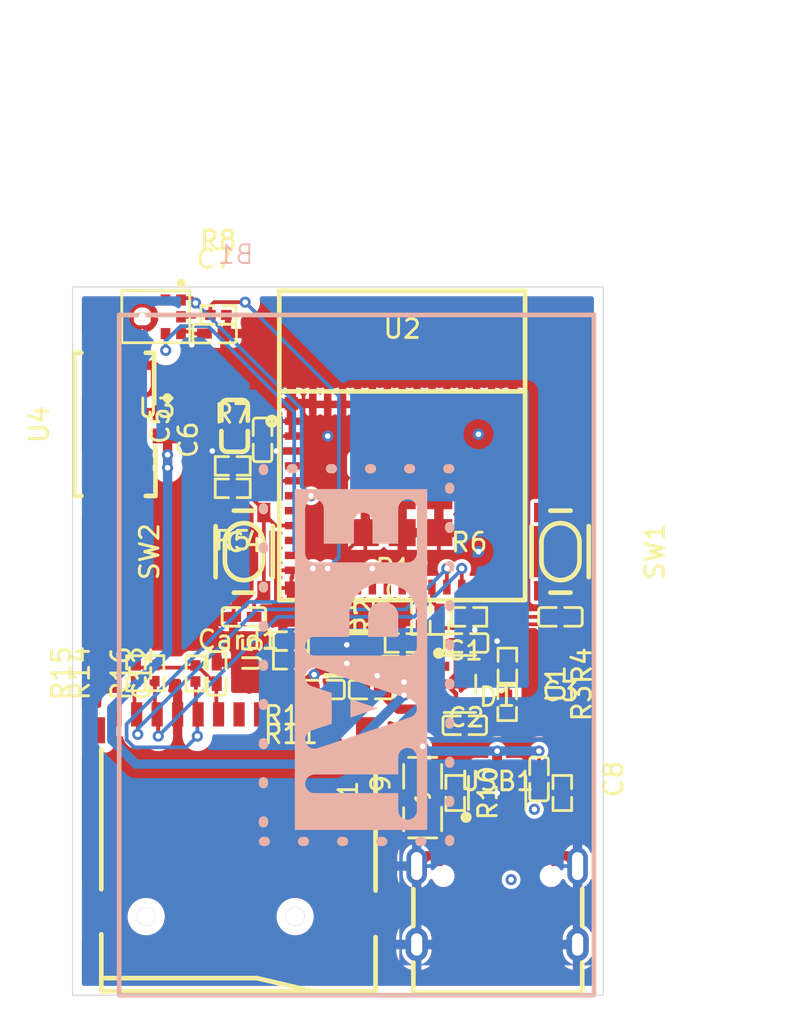
<source format=kicad_pcb>
(kicad_pcb (version 20241229) (generator "pcbnew") (generator_version "9.0")
  (layers (0 "F.Cu" signal) (2 "B.Cu" signal) (13 "F.Paste" user) (15 "B.Paste" user) (5 "F.SilkS" user "F.Silkscreen") (7 "B.SilkS" user "B.Silkscreen") (1 "F.Mask" user) (3 "B.Mask" user) (25 "Edge.Cuts" user))
  (net 0 "")
  (net 1 "mcu-line-4")
  (net 2 "mcu.esp32_c3.package.footprint.pins[26].net-net")
  (net 3 "mcu.esp32_c3.package.footprint.pins[21].net-net")
  (net 4 "mcu-line-3")
  (net 5 "mcu.esp32_c3.package.footprint.pins[6].net-net")
  (net 6 "-line-4")
  (net 7 "mcu.esp32_c3.package.footprint.pins[52].net-net")
  (net 8 "LR")
  (net 9 "mic.package.footprint.pins[0].net-net")
  (net 10 "-line-2")
  (net 11 "line-3")
  (net 12 "line-1")
  (net 13 "line-2")
  (net 14 "mcu-line-0")
  (net 15 "mcu.esp32_c3.package.footprint.pins[27].net-net")
  (net 16 "mcu.esp32_c3.package.footprint.pins[20].net-net")
  (net 17 "mcu.esp32_c3.package.footprint.pins[8].net-net")
  (net 18 "mcu.esp32_c3.package.footprint.pins[16].net-net")
  (net 19 "line-0")
  (net 20 "-line-1")
  (net 21 "line-7")
  (net 22 "mcu-line-1")
  (net 23 "mcu.esp32_c3.package.footprint.pins[25].net-net")
  (net 24 "mcu.esp32_c3.package.footprint.pins[50].net-net")
  (net 25 "-line-3")
  (net 26 "hv-0")
  (net 27 "mcu.esp32_c3.package.footprint.pins[33].net-net")
  (net 28 "mcu-line-5")
  (net 29 "line-8")
  (net 30 "output-0")
  (net 31 "mcu.esp32_c3.package.footprint.pins[1].net-net")
  (net 32 "mcu.esp32_c3.package.footprint.pins[17].net-net")
  (net 33 "-line-0")
  (net 34 "ADJ_NC")
  (net 35 "mcu.esp32_c3.package.footprint.pins[28].net-net")
  (net 36 "ILIM_VSET")
  (net 37 "line-6")
  (net 38 "gnd")
  (net 39 "microsd.receptacle.receptacle.package.footprint.pins[0].net-net")
  (net 40 "hv-1")
  (net 41 "CMD")
  (net 42 "line-4")
  (net 43 "nCE")
  (net 44 "line-5")
  (net 45 "DAT2")
  (net 46 "TS_MR")
  (net 47 "GND")
  (net 48 "-hv-0")
  (net 49 "ISET")
  (net 50 "CD")
  (net 51 "STAT1")
  (net 52 "SYS")
  (net 53 "STAT2")
  (net 54 "mcu-line-2")
  (net 55 "output-1")
  (net 56 "-hv-1")
  (footprint "SHOU_HAN_TYPE_C_16PIN_2MD_073:USB-C-SMD_TYPE-C-6PIN-2MD-073" (layer "F.Cu") (at 138.3 111.4)
    (property "Reference" "USB1")
    (property "Value" "")
  )
  (footprint "UNI_ROYAL_0402WGF1002TCE:R0402" (layer "F.Cu") (at 122.095315 99.234526 90)
    (property "Reference" "R16")
    (property "Value" "10kΩ ±1% 62.5mW")
  )
  (footprint "UNI_ROYAL_0402WGF1002TCE:R0402" (layer "F.Cu") (at 135.2 96.2 90)
    (property "Reference" "R2")
    (property "Value" "10kΩ ±1% 62.5mW")
  )
  (footprint "Samsung_Electro_Mechanics_CL05A105KA5NQNC:C0402" (layer "F.Cu") (at 136.636948 97.600075 180)
    (property "Reference" "C2")
    (property "Value" "1µF ±10% 25V X5R")
  )
  (footprint "Espressif_Systems_ESP32_C3_MINI_1_N4:WIFIM-SMD_ESP32-C3-MINI-1" (layer "F.Cu") (at 133.2 89.7)
    (property "Reference" "U2")
    (property "Value" "")
  )
  (footprint "Samsung_Electro_Mechanics_CL05A105KA5NQNC:C0402" (layer "F.Cu") (at 136.559698 102.016177)
    (property "Reference" "C1")
    (property "Value" "1µF ±10% 25V X5R")
  )
  (footprint "UNI_ROYAL_0402WGF1002TCE:R0402" (layer "F.Cu") (at 138.83855 100.823894 -90)
    (property "Reference" "R3")
    (property "Value" "10kΩ ±1% 62.5mW")
  )
  (footprint "UNI_ROYAL_0402WGF1002TCE:R0402" (layer "F.Cu") (at 119.9 99.21879 90)
    (property "Reference" "R14")
    (property "Value" "10kΩ ±1% 62.5mW")
  )
  (footprint "YAGEO_RC0402FR_0718KL:R0402" (layer "F.Cu") (at 127.225 97.5 180)
    (property "Reference" "R13")
    (property "Value" "18kΩ ±1% 62.5mW")
  )
  (footprint "Samsung_Electro_Mechanics_CL05A105KA5NQNC:C0402" (layer "F.Cu") (at 128.925 100.1)
    (property "Reference" "C11")
    (property "Value" "1µF ±10% 25V X5R")
  )
  (footprint "ALPSALPINE_SKRPACE010:KEY-SMD_4P-L4.2-W3.2-P2.20-LS4.6" (layer "F.Cu") (at 141.7 92.7 -90)
    (property "Reference" "SW1")
    (property "Value" "")
  )
  (footprint "Samsung_Electro_Mechanics_CL05B104KO5NNNC:C0402" (layer "F.Cu") (at 140.55 104.9 -90)
    (property "Reference" "C8")
    (property "Value" "100nF ±10% 16V X7R")
  )
  (footprint "Murata_Electronics_GRM155R60J106ME44D:C0402" (layer "F.Cu") (at 131.525 100.1 180)
    (property "Reference" "C10")
    (property "Value" "10µF ±20% 6.3V X5R")
  )
  (footprint "UNI_ROYAL_0402WGF1002TCE:R0402" (layer "F.Cu") (at 127.225 98.5 180)
    (property "Reference" "R11")
    (property "Value" "10kΩ ±1% 62.5mW")
  )
  (footprint "UNI_ROYAL_0402WGF1602TCE:R0402" (layer "F.Cu") (at 138.851172 98.817116 -90)
    (property "Reference" "R4")
    (property "Value" "16kΩ ±1% 62.5mW")
  )
  (footprint "UNI_ROYAL_0402WGF5101TCE:R0402" (layer "F.Cu") (at 141.8 105.65 90)
    (property "Reference" "R10")
    (property "Value" "5.1kΩ ±1% 62.5mW")
  )
  (footprint "ALPSALPINE_SKRPACE010:KEY-SMD_4P-L4.2-W3.2-P2.20-LS4.6" (layer "F.Cu") (at 124.7 92.7 90)
    (property "Reference" "SW2")
    (property "Value" "")
  )
  (footprint "UNI_ROYAL_0402WGF1002TCE:R0402" (layer "F.Cu") (at 134.2 96.2 90)
    (property "Reference" "R1")
    (property "Value" "10kΩ ±1% 62.5mW")
  )
  (footprint "Samsung_Electro_Mechanics_CL05A105KA5NQNC:C0402" (layer "F.Cu") (at 133.225 98.8)
    (property "Reference" "C9")
    (property "Value" "1µF ±10% 25V X5R")
  )
  (footprint "Samsung_Electro_Mechanics_CL05B104KO5NNNC:C0402" (layer "F.Cu") (at 141.7 96.2 180)
    (property "Reference" "C3")
    (property "Value" "100nF ±10% 16V X7R")
  )
  (footprint "UNI_ROYAL_0402WGF1002TCE:R0402" (layer "F.Cu") (at 136.8 96.2)
    (property "Reference" "R6")
    (property "Value" "10kΩ ±1% 62.5mW")
  )
  (footprint "UNI_ROYAL_0402WGF1002TCE:R0402" (layer "F.Cu") (at 124.1 89.3)
    (property "Reference" "R7")
    (property "Value" "10kΩ ±1% 62.5mW")
  )
  (footprint "TDK_InvenSense_ICS_43434:MIC-SMD_6P-L3.5-W2.7-P0.90-BL" (layer "F.Cu") (at 120.03 80.1 180)
    (property "Reference" "U3")
    (property "Value" "")
  )
  (footprint "Samsung_Electro_Mechanics_CL05B104KO5NNNC:C0402" (layer "F.Cu") (at 123.13 81)
    (property "Reference" "C7")
    (property "Value" "100nF ±10% 16V X7R")
  )
  (footprint "UNI_ROYAL_0402WGF5101TCE:R0402" (layer "F.Cu") (at 136.05 105.65 90)
    (property "Reference" "R9")
    (property "Value" "5.1kΩ ±1% 62.5mW")
  )
  (footprint "Samsung_Electro_Mechanics_CL10A226MQ8NRNC:C0603" (layer "F.Cu") (at 124.2 85.95 90)
    (property "Reference" "C5")
    (property "Value" "22µF ±20% 6.3V X5R")
  )
  (footprint "UNI_ROYAL_0402WGF1002TCE:R0402" (layer "F.Cu") (at 124.1 88.1 180)
    (property "Reference" "R5")
    (property "Value" "10kΩ ±1% 62.5mW")
  )
  (footprint "BHFUSE_BSMD0805_050_15V:F0805" (layer "F.Cu") (at 134.3 105.9 90)
    (property "Reference" "F1")
    (property "Value" "")
  )
  (footprint "UNI_ROYAL_0402WGF1002TCE:R0402" (layer "F.Cu") (at 118.9 99.226658 90)
    (property "Reference" "R15")
    (property "Value" "10kΩ ±1% 62.5mW")
  )
  (footprint "Samsung_Electro_Mechanics_CL05B104KO5NNNC:C0402" (layer "F.Cu") (at 125.7 86.7 90)
    (property "Reference" "C6")
    (property "Value" "100nF ±10% 16V X7R")
  )
  (footprint "Samsung_Electro_Mechanics_CL05B104KO5NNNC:C0402" (layer "F.Cu") (at 123.24 99.2325 90)
    (property "Reference" "C12")
    (property "Value" "100nF ±10% 16V X7R")
  )
  (footprint "Korean_Hroparts_Elec_TF_01A:TF-SMD_TF-01A" (layer "F.Cu") (at 124.4 106.7125)
    (property "Reference" "Card1")
    (property "Value" "")
  )
  (footprint "UNI_ROYAL_0402WGF1002TCE:R0402" (layer "F.Cu") (at 133.225 97.6)
    (property "Reference" "R12")
    (property "Value" "10kΩ ±1% 62.5mW")
  )
  (footprint "BQ25185DLHR_BQ25185DLHR:WSON-10_L2.2-W2.0-P0.40-BL-EP_TI_DLH0010A" (layer "F.Cu") (at 130.225 98.2 90)
    (property "Reference" "U5")
    (property "Value" "")
  )
  (footprint "STMicroelectronics_USBLC6_2SC6:SOT-23-6_L2.9-W1.6-P0.95-LS2.8-BL" (layer "F.Cu") (at 138.3 105.65)
    (property "Reference" "D1")
    (property "Value" "")
  )
  (footprint "MOLEX_532610271:CONN-SMD_532610271" (layer "F.Cu") (at 119.15 85.87 90)
    (property "Reference" "U4")
    (property "Value" "")
  )
  (footprint "STMicroelectronics_LDK220M_R:SOT-23-5_L3.0-W1.7-P0.95-LS2.8-BL" (layer "F.Cu") (at 136.3 99.8 -90)
    (property "Reference" "U1")
    (property "Value" "")
  )
  (footprint "Samsung_Electro_Mechanics_CL05B104KO5NNNC:C0402" (layer "F.Cu") (at 124.7 96.2)
    (property "Reference" "C4")
    (property "Value" "100nF ±10% 16V X7R")
  )
  (footprint "UNI_ROYAL_0402WGF1003TCE:R0402" (layer "F.Cu") (at 123.33 80)
    (property "Reference" "R8")
    (property "Value" "100kΩ ±1% 62.5mW")
  )
  (footprint "EEMB_BATTERY_LP402535:EEMB_BATTERY_LP402535" (layer "B.Cu") (at 130.75 98.25 180)
    (property "Reference" "B1")
    (property "Value" "")
  )
  (gr_rect (start 115.5 78.5) (end 144 116.5) (stroke (width 0.05)) (fill no) (layer "Edge.Cuts"))
  (via (at 139.05 110.3) (size 0.6) (drill 0.3) (layers "F.Cu" "B.Cu") (net 0))
  (via (at 140.3 106.525) (size 0.6) (drill 0.3) (layers "F.Cu" "B.Cu") (net 0))
  (segment (start 122.102024 79.358534) (end 122.08291 79.33942) (width 0.2) (layer "F.Cu") (net 6))
  (segment (start 121.901997 79.1) (end 121.4 79.1) (width 0.2) (layer "F.Cu") (net 6))
  (segment (start 127.3 89.7) (end 128.3 89.7) (width 0.2) (layer "F.Cu") (net 6))
  (segment (start 122.08291 79.33942) (end 122.08291 79.280913) (width 0.2) (layer "F.Cu") (net 6))
  (segment (start 122.08291 79.280913) (end 121.901997 79.1) (width 0.2) (layer "F.Cu") (net 6))
  (via (at 128.3 89.7) (size 0.6) (drill 0.3) (layers "F.Cu" "B.Cu") (net 6))
  (via (at 122.102024 79.358534) (size 0.6) (drill 0.3) (layers "F.Cu" "B.Cu") (net 6))
  (segment (start 127.801 89.201) (end 128.3 89.7) (width 0.2) (layer "B.Cu") (net 6))
  (segment (start 127.801 85.05751) (end 127.801 89.201) (width 0.2) (layer "B.Cu") (net 6))
  (segment (start 122.102024 79.358534) (end 127.801 85.05751) (width 0.2) (layer "B.Cu") (net 6))
  (segment (start 128.4 94.6) (end 128.4 93.6) (width 0.2) (layer "F.Cu") (net 10))
  (segment (start 120.5 80.9) (end 120.5 81.9) (width 0.2) (layer "F.Cu") (net 10))
  (via (at 128.4 93.6) (size 0.6) (drill 0.3) (layers "F.Cu" "B.Cu") (net 10))
  (via (at 120.5 81.9) (size 0.6) (drill 0.3) (layers "F.Cu" "B.Cu") (net 10))
  (segment (start 127.4 85.22361) (end 127.4 92.6) (width 0.2) (layer "B.Cu") (net 10))
  (segment (start 121.3 80.6) (end 122.77639 80.6) (width 0.2) (layer "B.Cu") (net 10))
  (segment (start 122.77639 80.6) (end 127.4 85.22361) (width 0.2) (layer "B.Cu") (net 10))
  (segment (start 120.5 81.9) (end 120.5 81.4) (width 0.2) (layer "B.Cu") (net 10))
  (segment (start 120.5 81.4) (end 121.3 80.6) (width 0.2) (layer "B.Cu") (net 10))
  (segment (start 127.4 92.6) (end 128.4 93.6) (width 0.2) (layer "B.Cu") (net 10))
  (segment (start 141.8 106.08) (end 140.05 107.83) (width 0.2) (layer "F.Cu") (net 12))
  (segment (start 140.05 107.83) (end 140.05 109.02) (width 0.2) (layer "F.Cu") (net 12))
  (segment (start 125.4 88.9) (end 127.3 88.9) (width 0.2) (layer "F.Cu") (net 14))
  (segment (start 124.6 88.1) (end 125.4 88.9) (width 0.2) (layer "F.Cu") (net 14))
  (segment (start 124.53 88.1) (end 124.6 88.1) (width 0.2) (layer "F.Cu") (net 14))
  (segment (start 136.05 106.9671) (end 137.05 107.9671) (width 0.2) (layer "F.Cu") (net 19))
  (segment (start 136.05 106.08) (end 136.05 106.9671) (width 0.2) (layer "F.Cu") (net 19))
  (segment (start 137.05 107.9671) (end 137.05 109.02) (width 0.2) (layer "F.Cu") (net 19))
  (segment (start 134.8 95.37) (end 135.2 95.77) (width 0.2) (layer "F.Cu") (net 20))
  (segment (start 134.8 94.6) (end 134.8 95.37) (width 0.2) (layer "F.Cu") (net 20))
  (segment (start 137.55 109.9) (end 137.8 110.15) (width 0.2) (layer "F.Cu") (net 21))
  (segment (start 137.55 107.9) (end 137.35 107.7) (width 0.2) (layer "F.Cu") (net 21))
  (segment (start 137.55 109.02) (end 137.55 107.9) (width 0.2) (layer "F.Cu") (net 21))
  (segment (start 138.3 110.15) (end 138.55 109.9) (width 0.2) (layer "F.Cu") (net 21))
  (segment (start 137.8 110.15) (end 138.3 110.15) (width 0.2) (layer "F.Cu") (net 21))
  (segment (start 137.35 107.7) (end 137.35 106.8) (width 0.2) (layer "F.Cu") (net 21))
  (segment (start 137.35 106.8) (end 137.35 104.5) (width 0.2) (layer "F.Cu") (net 21))
  (segment (start 137.55 109.02) (end 137.55 109.9) (width 0.2) (layer "F.Cu") (net 21))
  (segment (start 138.55 109.9) (end 138.55 109.02) (width 0.2) (layer "F.Cu") (net 21))
  (segment (start 129.2 94.6) (end 129.2 93.6) (width 0.2) (layer "F.Cu") (net 25))
  (segment (start 122.13 80) (end 122.9 80) (width 0.2) (layer "F.Cu") (net 25))
  (segment (start 122.9 79.516391) (end 122.9 79.9) (width 0.2) (layer "F.Cu") (net 25))
  (segment (start 122.03 80.1) (end 122.13 80) (width 0.2) (layer "F.Cu") (net 25))
  (segment (start 124.766276 79.313717) (end 123.102674 79.313717) (width 0.2) (layer "F.Cu") (net 25))
  (segment (start 123.102674 79.313717) (end 122.9 79.516391) (width 0.2) (layer "F.Cu") (net 25))
  (segment (start 121.32 80.1) (end 122.03 80.1) (width 0.2) (layer "F.Cu") (net 25))
  (via (at 129.2 93.6) (size 0.6) (drill 0.3) (layers "F.Cu" "B.Cu") (net 25))
  (via (at 124.766276 79.313717) (size 0.6) (drill 0.3) (layers "F.Cu" "B.Cu") (net 25))
  (segment (start 124.766276 79.313717) (end 129.801 84.348441) (width 0.2) (layer "B.Cu") (net 25))
  (segment (start 129.801 84.348441) (end 129.801 92.999) (width 0.2) (layer "B.Cu") (net 25))
  (segment (start 129.801 92.999) (end 129.2 93.6) (width 0.2) (layer "B.Cu") (net 25))
  (segment (start 135.9 109.02) (end 135.9 109.598636) (width 0.2) (layer "F.Cu") (net 26))
  (segment (start 135.9 109.598636) (end 136.3 109.998636) (width 0.2) (layer "F.Cu") (net 26))
  (segment (start 137.3 111.15) (end 139.3 111.15) (width 0.5) (layer "F.Cu") (net 26))
  (segment (start 135.19 107.04) (end 134.3 107.04) (width 0.5) (layer "F.Cu") (net 26))
  (segment (start 140.7 109.598636) (end 140.3 109.998636) (width 0.2) (layer "F.Cu") (net 26))
  (segment (start 135.9 107.75) (end 135.19 107.04) (width 0.5) (layer "F.Cu") (net 26))
  (segment (start 140.3 110.15) (end 139.3 111.15) (width 0.5) (layer "F.Cu") (net 26))
  (segment (start 140.3 109.998636) (end 140.3 110.15) (width 0.2) (layer "F.Cu") (net 26))
  (segment (start 136.3 109.998636) (end 136.3 110.15) (width 0.2) (layer "F.Cu") (net 26))
  (segment (start 140.7 109.02) (end 140.7 109.598636) (width 0.2) (layer "F.Cu") (net 26))
  (segment (start 136.3 110.15) (end 137.3 111.15) (width 0.5) (layer "F.Cu") (net 26))
  (segment (start 135.9 109.02) (end 135.9 107.75) (width 0.5) (layer "F.Cu") (net 26))
  (segment (start 139.25 106.8) (end 139.25 107.95) (width 0.2) (layer "F.Cu") (net 29))
  (segment (start 138.05 109.02) (end 138.05 108.15) (width 0.2) (layer "F.Cu") (net 29))
  (segment (start 138.8 107.9) (end 139.05 108.15) (width 0.2) (layer "F.Cu") (net 29))
  (segment (start 139.25 107.95) (end 139.05 108.15) (width 0.2) (layer "F.Cu") (net 29))
  (segment (start 139.25 106.8) (end 139.25 104.5) (width 0.2) (layer "F.Cu") (net 29))
  (segment (start 138.3 107.9) (end 138.8 107.9) (width 0.2) (layer "F.Cu") (net 29))
  (segment (start 138.05 108.15) (end 138.3 107.9) (width 0.2) (layer "F.Cu") (net 29))
  (segment (start 139.05 108.15) (end 139.05 109.02) (width 0.2) (layer "F.Cu") (net 29))
  (segment (start 126.4 91.3) (end 127.3 91.3) (width 0.2) (layer "F.Cu") (net 30))
  (segment (start 125.25 95.45) (end 125.25 96.2) (width 0.2) (layer "F.Cu") (net 30))
  (segment (start 125.77 90.6) (end 125.77 94.8) (width 0.2) (layer "F.Cu") (net 30))
  (segment (start 125.77 90.47) (end 125.77 90.6) (width 0.2) (layer "F.Cu") (net 30))
  (segment (start 125.77 90.6) (end 125.77 90.67) (width 0.2) (layer "F.Cu") (net 30))
  (segment (start 124.6 89.3) (end 125.77 90.47) (width 0.2) (layer "F.Cu") (net 30))
  (segment (start 125.77 90.67) (end 126.4 91.3) (width 0.2) (layer "F.Cu") (net 30))
  (segment (start 125.77 94.93) (end 125.25 95.45) (width 0.2) (layer "F.Cu") (net 30))
  (segment (start 125.77 94.8) (end 125.77 94.93) (width 0.2) (layer "F.Cu") (net 30))
  (segment (start 124.53 89.3) (end 124.6 89.3) (width 0.2) (layer "F.Cu") (net 30))
  (segment (start 134.2 95.77) (end 134.2 94.8) (width 0.2) (layer "F.Cu") (net 33))
  (segment (start 134.2 94.8) (end 134 94.6) (width 0.2) (layer "F.Cu") (net 33))
  (segment (start 138.851172 100.381272) (end 138.83855 100.393894) (width 0.25) (layer "F.Cu") (net 34))
  (segment (start 138.476106 100.393894) (end 138.12 100.75) (width 0.25) (layer "F.Cu") (net 34))
  (segment (start 138.83855 100.393894) (end 138.476106 100.393894) (width 0.25) (layer "F.Cu") (net 34))
  (segment (start 138.12 100.75) (end 137.45 100.75) (width 0.25) (layer "F.Cu") (net 34))
  (segment (start 138.851172 99.247116) (end 138.851172 100.381272) (width 0.25) (layer "F.Cu") (net 34))
  (segment (start 128.325 97.8) (end 128.025 97.5) (width 0.2) (layer "F.Cu") (net 36))
  (segment (start 129.175 97.8) (end 128.325 97.8) (width 0.2) (layer "F.Cu") (net 36))
  (segment (start 128.025 97.5) (end 127.655 97.5) (width 0.2) (layer "F.Cu") (net 36))
  (segment (start 119 102.2) (end 119 102.5) (width 0.2) (layer "F.Cu") (net 37))
  (segment (start 119 101.2) (end 119 102.2) (width 0.2) (layer "F.Cu") (net 37))
  (segment (start 118.82 101.785) (end 118.82 99.8425) (width 0.2) (layer "F.Cu") (net 37))
  (segment (start 135.6 94.6) (end 135.6 93.6) (width 0.2) (layer "F.Cu") (net 37))
  (segment (start 118.82 99.8425) (end 118.88 99.7825) (width 0.2) (layer "F.Cu") (net 37))
  (via (at 119 102.5) (size 0.6) (drill 0.3) (layers "F.Cu" "B.Cu") (net 37))
  (via (at 135.6 93.6) (size 0.6) (drill 0.3) (layers "F.Cu" "B.Cu") (net 37))
  (segment (start 133.4 95.8) (end 125.4 95.8) (width 0.2) (layer "B.Cu") (net 37))
  (segment (start 125.4 95.8) (end 119 102.2) (width 0.2) (layer "B.Cu") (net 37))
  (segment (start 135.6 93.6) (end 133.4 95.8) (width 0.2) (layer "B.Cu") (net 37))
  (segment (start 119.791 80.519) (end 119.7 80.61) (width 0.2) (layer "F.Cu") (net 38))
  (segment (start 118.689 79.701) (end 118.689 80.499) (width 0.2) (layer "F.Cu") (net 38))
  (segment (start 130 94.6) (end 130 92.9) (width 0.2) (layer "F.Cu") (net 38))
  (segment (start 118.74 80.55) (end 118.74 81.66) (width 0.2) (layer "F.Cu") (net 38))
  (segment (start 135.15 99.8) (end 135.57 99.8) (width 0.25) (layer "F.Cu") (net 38))
  (segment (start 138.83855 101.33145) (end 138.153823 102.016177) (width 0.25) (layer "F.Cu") (net 38))
  (segment (start 117.7 79.8) (end 117.7 82.7) (width 0.2) (layer "F.Cu") (net 38))
  (segment (start 117.91 79.59) (end 117.7 79.8) (width 0.2) (layer "F.Cu") (net 38))
  (segment (start 118.74 80.55) (end 118.841 80.651) (width 0.2) (layer "F.Cu") (net 38))
  (segment (start 142.25 95.45) (end 142.25 96.2) (width 0.2) (layer "F.Cu") (net 38))
  (segment (start 118.8 79.59) (end 117.91 79.59) (width 0.2) (layer "F.Cu") (net 38))
  (segment (start 135.1 109.02) (end 134.53 109.02) (width 0.5) (layer "F.Cu") (net 38))
  (segment (start 119.6 79.5) (end 118.89 79.5) (width 0.2) (layer "F.Cu") (net 38))
  (segment (start 138.3 105.65) (end 138.3 106.8) (width 0.53) (layer "F.Cu") (net 38))
  (segment (start 136.086948 99.283052) (end 136.086948 97.600075) (width 0.25) (layer "F.Cu") (net 38))
  (segment (start 135.57 99.8) (end 136.086948 99.283052) (width 0.25) (layer "F.Cu") (net 38))
  (segment (start 138.83855 101.253894) (end 138.83855 101.33145) (width 0.25) (layer "F.Cu") (net 38))
  (segment (start 136.086948 100.936948) (end 136.086948 100.316948) (width 0.25) (layer "F.Cu") (net 38))
  (segment (start 135.15 99.8) (end 135.57 99.8) (width 0.25) (layer "F.Cu") (net 38))
  (segment (start 141.5 109.02) (end 142.07 109.02) (width 0.5) (layer "F.Cu") (net 38))
  (segment (start 142.77 94.8) (end 142.77 94.93) (width 0.2) (layer "F.Cu") (net 38))
  (segment (start 123.63 94.8) (end 123.63 94.93) (width 0.2) (layer "F.Cu") (net 38))
  (segment (start 131.22 87.72) (end 130.4 86.9) (width 0.2) (layer "F.Cu") (net 38))
  (segment (start 118.8 79.59) (end 118.689 79.701) (width 0.2) (layer "F.Cu") (net 38))
  (segment (start 142.77 94.93) (end 142.25 95.45) (width 0.2) (layer "F.Cu") (net 38))
  (segment (start 130 92.9) (end 131.22 91.68) (width 0.2) (layer "F.Cu") (net 38))
  (segment (start 118.74 81.66) (end 117.7 82.7) (width 0.2) (layer "F.Cu") (net 38))
  (segment (start 119.75 79.65) (end 119.791 79.691) (width 0.2) (layer "F.Cu") (net 38))
  (segment (start 142.07 109.02) (end 142.62 109.57) (width 0.5) (layer "F.Cu") (net 38))
  (segment (start 119.75 79.65) (end 119.6 79.5) (width 0.2) (layer "F.Cu") (net 38))
  (segment (start 119.659 80.651) (end 119.7 80.61) (width 0.2) (layer "F.Cu") (net 38))
  (segment (start 137.109698 102.016177) (end 137.109698 101.959698) (width 0.25) (layer "F.Cu") (net 38))
  (segment (start 118.841 80.651) (end 119.659 80.651) (width 0.2) (layer "F.Cu") (net 38))
  (segment (start 138.153823 102.016177) (end 137.109698 102.016177) (width 0.25) (layer "F.Cu") (net 38))
  (segment (start 123.63 94.93) (end 124.15 95.45) (width 0.2) (layer "F.Cu") (net 38))
  (segment (start 137.109698 101.959698) (end 136.086948 100.936948) (width 0.25) (layer "F.Cu") (net 38))
  (segment (start 124.15 95.45) (end 124.15 96.2) (width 0.2) (layer "F.Cu") (net 38))
  (segment (start 118.89 79.5) (end 118.8 79.59) (width 0.2) (layer "F.Cu") (net 38))
  (segment (start 118.689 80.499) (end 118.74 80.55) (width 0.2) (layer "F.Cu") (net 38))
  (segment (start 119.791 79.691) (end 119.791 80.519) (width 0.2) (layer "F.Cu") (net 38))
  (segment (start 136.086948 100.316948) (end 135.57 99.8) (width 0.25) (layer "F.Cu") (net 38))
  (segment (start 134.53 109.02) (end 133.98 109.57) (width 0.5) (layer "F.Cu") (net 38))
  (via (at 130.225 97.7) (size 0.5) (drill 0.3) (layers "F.Cu" "B.Cu") (net 38))
  (via (at 137.3 92.7) (size 0.6) (drill 0.3) (layers "F.Cu" "B.Cu") (net 38))
  (via (at 129.2 86.5) (size 0.6) (drill 0.3) (layers "F.Cu" "B.Cu") (net 38))
  (via (at 138.3 105.65) (size 0.6) (drill 0.3) (layers "F.Cu" "B.Cu") (net 38))
  (via (at 137.3 86.4) (size 0.6) (drill 0.3) (layers "F.Cu" "B.Cu") (net 38))
  (via (at 130.225 98.7) (size 0.5) (drill 0.3) (layers "F.Cu" "B.Cu") (net 38))
  (segment (start 138.433884 98.636116) (end 138.22 98.85) (width 0.25) (layer "F.Cu") (net 40))
  (segment (start 121.32 80.89) (end 121.9 80.89) (width 0.2) (layer "F.Cu") (net 40))
  (segment (start 137.1 96.8) (end 137.1 97) (width 0.2) (layer "F.Cu") (net 40))
  (segment (start 137.23 96.2) (end 137.23 96.67) (width 0.2) (layer "F.Cu") (net 40))
  (segment (start 138.199925 97.600075) (end 137.186948 97.600075) (width 0.2) (layer "F.Cu") (net 40))
  (segment (start 125.7 87.25) (end 124.8 87.25) (width 0.4) (layer "F.Cu") (net 40))
  (segment (start 127.3 87.3) (end 125.75 87.3) (width 0.4) (layer "F.Cu") (net 40))
  (segment (start 137.45 98.85) (end 137.186948 98.85) (width 0.25) (layer "F.Cu") (net 40))
  (segment (start 123.67 87.3) (end 123.67 87.18) (width 0.2) (layer "F.Cu") (net 40))
  (segment (start 123.67 87.18) (end 124.2 86.65) (width 0.2) (layer "F.Cu") (net 40))
  (segment (start 121.9 81) (end 122.58 81) (width 0.2) (layer "F.Cu") (net 40))
  (segment (start 121.9 80.89) (end 121.9 81.6) (width 0.2) (layer "F.Cu") (net 40))
  (segment (start 122.08 98.9225) (end 118.88 98.9225) (width 0.2) (layer "F.Cu") (net 40))
  (segment (start 137.186948 97.086948) (end 137.186948 97.600075) (width 0.2) (layer "F.Cu") (net 40))
  (segment (start 138.22 98.85) (end 137.45 98.85) (width 0.25) (layer "F.Cu") (net 40))
  (segment (start 135.37 96.8) (end 135.2 96.63) (width 0.2) (layer "F.Cu") (net 40))
  (segment (start 122.3 98.9225) (end 122.08 98.9225) (width 0.2) (layer "F.Cu") (net 40))
  (segment (start 123.22 99.9625) (end 123.28 99.9025) (width 0.2) (layer "F.Cu") (net 40))
  (segment (start 134.2 96.63) (end 135.2 96.63) (width 0.2) (layer "F.Cu") (net 40))
  (segment (start 123.67 87.3) (end 123 87.3) (width 0.2) (layer "F.Cu") (net 40))
  (segment (start 123.67 89.3) (end 123.67 88.1) (width 0.2) (layer "F.Cu") (net 40))
  (segment (start 123.28 99.9025) (end 122.3 98.9225) (width 0.2) (layer "F.Cu") (net 40))
  (segment (start 138.3 97.5) (end 138.199925 97.600075) (width 0.2) (layer "F.Cu") (net 40))
  (segment (start 123.67 88.1) (end 123.67 87.3) (width 0.2) (layer "F.Cu") (net 40))
  (segment (start 137.23 96.67) (end 137.1 96.8) (width 0.2) (layer "F.Cu") (net 40))
  (segment (start 138.602172 98.636116) (end 138.433884 98.636116) (width 0.25) (layer "F.Cu") (net 40))
  (segment (start 138.851172 98.387116) (end 138.602172 98.636116) (width 0.25) (layer "F.Cu") (net 40))
  (segment (start 137.186948 98.85) (end 137.186948 97.600075) (width 0.25) (layer "F.Cu") (net 40))
  (segment (start 137.1 97) (end 137.186948 97.086948) (width 0.2) (layer "F.Cu") (net 40))
  (segment (start 124.8 87.25) (end 124.2 86.65) (width 0.4) (layer "F.Cu") (net 40))
  (segment (start 125.75 87.3) (end 125.7 87.25) (width 0.4) (layer "F.Cu") (net 40))
  (segment (start 123.22 101.785) (end 123.22 99.9625) (width 0.2) (layer "F.Cu") (net 40))
  (segment (start 137.1 96.8) (end 135.37 96.8) (width 0.2) (layer "F.Cu") (net 40))
  (via (at 137.1 96.9) (size 0.6) (drill 0.3) (layers "F.Cu" "B.Cu") (net 40))
  (via (at 121.9 81.6) (size 0.6) (drill 0.3) (layers "F.Cu" "B.Cu") (net 40))
  (via (at 123 87.3) (size 0.6) (drill 0.3) (layers "F.Cu" "B.Cu") (net 40))
  (via (at 138.3 97.5) (size 0.6) (drill 0.3) (layers "F.Cu" "B.Cu") (net 40))
  (via (at 126.437008 87.297739) (size 0.6) (drill 0.3) (layers "F.Cu" "B.Cu") (net 40))
  (segment (start 122.12 99.8225) (end 122.08 99.7825) (width 0.2) (layer "F.Cu") (net 42))
  (segment (start 122.2 101.2) (end 122.2 102.2) (width 0.2) (layer "F.Cu") (net 42))
  (segment (start 131.6 94.6) (end 131.6 93.6) (width 0.2) (layer "F.Cu") (net 42))
  (segment (start 122.12 101.785) (end 122.12 99.8225) (width 0.2) (layer "F.Cu") (net 42))
  (via (at 131.6 93.6) (size 0.6) (drill 0.3) (layers "F.Cu" "B.Cu") (net 42))
  (via (at 122.2 102.6) (size 0.6) (drill 0.3) (layers "F.Cu" "B.Cu") (net 42))
  (segment (start 118.399 101.951057) (end 124.950057 95.4) (width 0.2) (layer "B.Cu") (net 42))
  (segment (start 118.399 102.799) (end 118.399 101.951057) (width 0.2) (layer "B.Cu") (net 42))
  (segment (start 122.2 102.2) (end 122.2 102.6) (width 0.2) (layer "B.Cu") (net 42))
  (segment (start 124.950057 95.4) (end 129.8 95.4) (width 0.2) (layer "B.Cu") (net 42))
  (segment (start 129.8 95.4) (end 131.6 93.6) (width 0.2) (layer "B.Cu") (net 42))
  (segment (start 118.8 103.2) (end 118.399 102.799) (width 0.2) (layer "B.Cu") (net 42))
  (segment (start 121.6 103.2) (end 118.8 103.2) (width 0.2) (layer "B.Cu") (net 42))
  (segment (start 122.2 102.6) (end 121.6 103.2) (width 0.2) (layer "B.Cu") (net 42))
  (segment (start 132.124 97.6) (end 131.924 97.8) (width 0.2) (layer "F.Cu") (net 43))
  (segment (start 131.924 97.8) (end 131.275 97.8) (width 0.2) (layer "F.Cu") (net 43))
  (segment (start 132.795 97.6) (end 132.124 97.6) (width 0.2) (layer "F.Cu") (net 43))
  (segment (start 119.92 101.785) (end 119.92 99.8225) (width 0.2) (layer "F.Cu") (net 44))
  (segment (start 119.92 99.8225) (end 119.88 99.7825) (width 0.2) (layer "F.Cu") (net 44))
  (segment (start 120.086663 101.113337) (end 120.086663 102.386663) (width 0.2) (layer "F.Cu") (net 44))
  (segment (start 120.1 102.6) (end 120.1 101.4925) (width 0.2) (layer "F.Cu") (net 44))
  (segment (start 136.4 94.6) (end 136.4 96.17) (width 0.2) (layer "F.Cu") (net 44))
  (segment (start 120.1 101.4925) (end 120.04 101.4325) (width 0.2) (layer "F.Cu") (net 44))
  (segment (start 136.4 96.17) (end 136.37 96.2) (width 0.2) (layer "F.Cu") (net 44))
  (segment (start 120.1 101.1) (end 120.086663 101.113337) (width 0.2) (layer "F.Cu") (net 44))
  (segment (start 120.086663 102.386663) (end 120.1 102.4) (width 0.2) (layer "F.Cu") (net 44))
  (segment (start 136.4 94.6) (end 136.4 93.6) (width 0.2) (layer "F.Cu") (net 44))
  (via (at 120.1 102.6) (size 0.6) (drill 0.3) (layers "F.Cu" "B.Cu") (net 44))
  (via (at 136.4 93.6) (size 0.6) (drill 0.3) (layers "F.Cu" "B.Cu") (net 44))
  (segment (start 120.1 102.6) (end 126.499 96.201) (width 0.2) (layer "B.Cu") (net 44))
  (segment (start 126.499 96.201) (end 133.848943 96.201) (width 0.2) (layer "B.Cu") (net 44))
  (segment (start 136.4 93.649943) (end 136.4 93.6) (width 0.2) (layer "B.Cu") (net 44))
  (segment (start 133.848943 96.201) (end 136.4 93.649943) (width 0.2) (layer "B.Cu") (net 44))
  (segment (start 132.675 98.8) (end 132.675 99.075) (width 0.5) (layer "F.Cu") (net 48))
  (segment (start 131.275 98.6) (end 131.925 98.6) (width 0.2) (layer "F.Cu") (net 48))
  (segment (start 120.6 88.2) (end 120.6 86.49) (width 0.5) (layer "F.Cu") (net 48))
  (segment (start 133.1 99.5) (end 133.3 99.7) (width 0.5) (layer "F.Cu") (net 48))
  (segment (start 131.925 98.6) (end 132.125 98.8) (width 0.2) (layer "F.Cu") (net 48))
  (segment (start 132.675 99.075) (end 133.1 99.5) (width 0.5) (layer "F.Cu") (net 48))
  (segment (start 132.125 98.8) (end 132.675 98.8) (width 0.2) (layer "F.Cu") (net 48))
  (via (at 120.6 87.5) (size 0.6) (drill 0.3) (layers "F.Cu" "B.Cu") (net 48))
  (via (at 120.6 88.2) (size 0.6) (drill 0.3) (layers "F.Cu" "B.Cu") (net 48))
  (via (at 133.3 100.4) (size 0.6) (drill 0.3) (layers "F.Cu" "B.Cu") (net 48))
  (via (at 133.3 99.7) (size 0.6) (drill 0.3) (layers "F.Cu" "B.Cu") (net 48))
  (segment (start 120.6 98.1) (end 120.6 87.5) (width 0.5) (layer "B.Cu") (net 48))
  (segment (start 133.3 99.7) (end 133.3 100.4) (width 0.5) (layer "B.Cu") (net 48))
  (segment (start 117.6 101.1) (end 120.6 98.1) (width 0.5) (layer "B.Cu") (net 48))
  (segment (start 118.9 104.1) (end 117.6 102.8) (width 0.5) (layer "B.Cu") (net 48))
  (segment (start 133.3 100.4) (end 129.6 104.1) (width 0.5) (layer "B.Cu") (net 48))
  (segment (start 117.6 102.8) (end 117.6 101.1) (width 0.5) (layer "B.Cu") (net 48))
  (segment (start 129.6 104.1) (end 118.9 104.1) (width 0.5) (layer "B.Cu") (net 48))
  (segment (start 128.025 98.5) (end 127.655 98.5) (width 0.2) (layer "F.Cu") (net 49))
  (segment (start 129.175 98.2) (end 128.325 98.2) (width 0.2) (layer "F.Cu") (net 49))
  (segment (start 128.325 98.2) (end 128.025 98.5) (width 0.2) (layer "F.Cu") (net 49))
  (segment (start 132.988925 101.151) (end 134.749 101.151) (width 0.5) (layer "F.Cu") (net 52))
  (segment (start 134.8 100.75) (end 135.15 100.75) (width 0.25) (layer "F.Cu") (net 52))
  (segment (start 135.15 98.85) (end 134.815 98.85) (width 0.25) (layer "F.Cu") (net 52))
  (segment (start 132.075 99.475) (end 132.075 100.1) (width 0.2) (layer "F.Cu") (net 52))
  (segment (start 134.06 100.01) (end 134.8 100.75) (width 0.25) (layer "F.Cu") (net 52))
  (segment (start 131.6 99) (end 132.075 99.475) (width 0.2) (layer "F.Cu") (net 52))
  (segment (start 134.749 101.151) (end 135.15 100.75) (width 0.5) (layer "F.Cu") (net 52))
  (segment (start 135.15 101.156479) (end 136.009698 102.016177) (width 0.25) (layer "F.Cu") (net 52))
  (segment (start 132.075 100.1) (end 132.075 100.237075) (width 0.5) (layer "F.Cu") (net 52))
  (segment (start 132.075 100.237075) (end 132.988925 101.151) (width 0.5) (layer "F.Cu") (net 52))
  (segment (start 134.06 99.61) (end 134.06 100.01) (width 0.25) (layer "F.Cu") (net 52))
  (segment (start 134.26 99.405) (end 134.26 99.41) (width 0.25) (layer "F.Cu") (net 52))
  (segment (start 135.15 100.75) (end 135.15 101.156479) (width 0.25) (layer "F.Cu") (net 52))
  (segment (start 134.26 99.41) (end 134.06 99.61) (width 0.25) (layer "F.Cu") (net 52))
  (segment (start 131.275 99) (end 131.6 99) (width 0.2) (layer "F.Cu") (net 52))
  (segment (start 134.815 98.85) (end 134.26 99.405) (width 0.25) (layer "F.Cu") (net 52))
  (via (at 131.860923 99.358252) (size 0.6) (drill 0.3) (layers "F.Cu" "B.Cu") (net 52))
  (segment (start 137.2 94.6) (end 137.2 95.1) (width 0.2) (layer "F.Cu") (net 55))
  (segment (start 141.15 95.45) (end 141.15 96.2) (width 0.2) (layer "F.Cu") (net 55))
  (segment (start 140.63 94.8) (end 140.63 94.93) (width 0.2) (layer "F.Cu") (net 55))
  (segment (start 140.63 94.93) (end 141.15 95.45) (width 0.2) (layer "F.Cu") (net 55))
  (segment (start 138.3 96.2) (end 141.15 96.2) (width 0.2) (layer "F.Cu") (net 55))
  (segment (start 137.2 95.1) (end 138.3 96.2) (width 0.2) (layer "F.Cu") (net 55))
  (segment (start 128.375 101.5395) (end 131.5955 104.76) (width 0.5) (layer "F.Cu") (net 56))
  (segment (start 131.5955 104.76) (end 134.3 104.76) (width 0.5) (layer "F.Cu") (net 56))
  (segment (start 129.175 99) (end 128.769881 99) (width 0.2) (layer "F.Cu") (net 56))
  (segment (start 138.3 103.4) (end 138.3 104.5) (width 0.53) (layer "F.Cu") (net 56))
  (segment (start 134.3 103.15) (end 134.3 104.76) (width 0.5) (layer "F.Cu") (net 56))
  (segment (start 140.55 104.35) (end 140.55 103.4) (width 0.2) (layer "F.Cu") (net 56))
  (segment (start 128.465903 99.303978) (end 128.471656 99.298225) (width 0.2) (layer "F.Cu") (net 56))
  (segment (start 128.375 100.1) (end 128.375 101.5395) (width 0.5) (layer "F.Cu") (net 56))
  (segment (start 128.769881 99) (end 128.471656 99.298225) (width 0.2) (layer "F.Cu") (net 56))
  (segment (start 128.471656 99.298225) (end 128.471656 100.003344) (width 0.2) (layer "F.Cu") (net 56))
  (segment (start 128.471656 100.003344) (end 128.375 100.1) (width 0.2) (layer "F.Cu") (net 56))
  (via (at 134.3 103.15) (size 0.6) (drill 0.3) (layers "F.Cu" "B.Cu") (net 56))
  (via (at 138.3 103.4) (size 0.6) (drill 0.3) (layers "F.Cu" "B.Cu") (net 56))
  (via (at 128.471656 99.298225) (size 0.6) (drill 0.3) (layers "F.Cu" "B.Cu") (net 56))
  (via (at 140.55 103.4) (size 0.6) (drill 0.3) (layers "F.Cu" "B.Cu") (net 56))
  (segment (start 134.55 103.4) (end 134.3 103.15) (width 0.5) (layer "B.Cu") (net 56))
  (segment (start 138.3 103.4) (end 140.55 103.4) (width 0.5) (layer "B.Cu") (net 56))
  (segment (start 138.3 103.4) (end 134.55 103.4) (width 0.5) (layer "B.Cu") (net 56))
  (zone (net 38) (net_name "gnd") (layer "F.Cu") (priority 1) (connect_pads yes (clearance 0.2)) (min_thickness 0.2) (fill yes (thermal_gap 0.2) (thermal_bridge_width 0.2))
    (polygon (pts (xy 128.925 100.6) (xy 131.525 100.6) (xy 131.525 99.5) (xy 130.825 99.5) (xy 130.825 97.6) (xy 131.525 97.6) (xy 131.525 96.9) (xy 129.625 96.9) (xy 129.625 99.5) (xy 128.925 99.5)))
  )
  (zone (net 52) (net_name "SYS") (layer "F.Cu") (connect_pads yes (clearance 0.2)) (min_thickness 0.2) (fill yes (thermal_gap 0.2) (thermal_bridge_width 0.2))
    (polygon (pts (xy 130.825 98.8) (xy 130.825 99.5) (xy 131.525 99.5) (xy 131.525 100.6) (xy 132.725 100.6) (xy 132.725 99.6) (xy 131.725 98.8)))
  )
  (zone (net 38) (net_name "gnd") (layer "F.Cu") (connect_pads (clearance 0.2)) (min_thickness 0.2) (fill yes (thermal_gap 0.2) (thermal_bridge_width 0.2))
    (polygon (pts (xy 123 84.1) (xy 143.4 84.1) (xy 143.4 96.7) (xy 123 96.7)))
  )
  (zone (net 56) (net_name "-hv-1") (layer "F.Cu") (connect_pads yes (clearance 0.2)) (min_thickness 0.2) (fill yes (thermal_gap 0.2) (thermal_bridge_width 0.2))
    (polygon (pts (xy 129.625 98.8) (xy 129.625 99.5) (xy 128.925 99.5) (xy 128.925 100.6) (xy 127.725 100.6) (xy 127.725 99.6) (xy 128.725 98.8)))
  )
  (zone (net 38) (net_name "gnd") (layers "F.Cu" "B.Cu") (connect_pads (clearance 0.5)) (min_thickness 0.25) (fill yes (thermal_gap 0.5) (thermal_bridge_width 0.5))
    (polygon (pts (xy 144 78.5) (xy 115.5 78.5) (xy 115.5 116.5) (xy 144 116.5)))
  )
  (zone (net 38) (net_name "gnd") (layers "F.Cu" "B.Cu") (connect_pads (clearance 0.2)) (min_thickness 0.2) (fill yes (thermal_gap 0.2) (thermal_bridge_width 0.2))
    (polygon (pts (xy 133.05 114.9) (xy 143.55 114.9) (xy 143.55 102.65) (xy 133.05 102.65)))
  )
  (zone (net 40) (net_name "hv-1") (layer "B.Cu") (priority 2) (connect_pads (clearance 0.5)) (min_thickness 0.25) (fill yes (thermal_gap 0.5) (thermal_bridge_width 0.5))
    (polygon (pts (xy 125 102) (xy 125 90) (xy 136 90) (xy 136 100) (xy 140 100) (xy 140 84) (xy 125 84) (xy 125 80) (xy 120 80) (xy 120 102)))
  )
)
</source>
